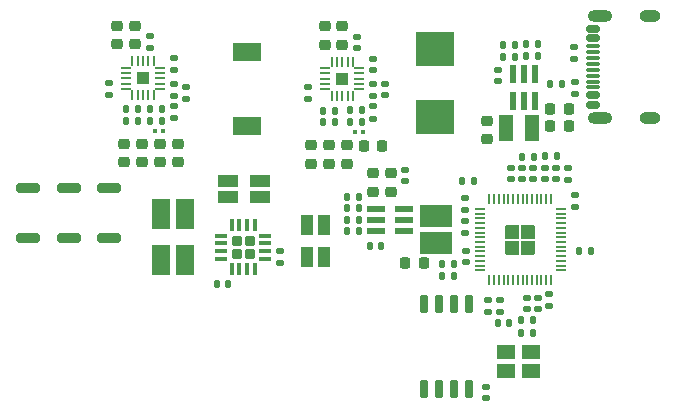
<source format=gbr>
%TF.GenerationSoftware,KiCad,Pcbnew,8.99.0-3334-g98ae574c78*%
%TF.CreationDate,2024-12-09T23:46:28-05:00*%
%TF.ProjectId,SmartPowerBoard,536d6172-7450-46f7-9765-72426f617264,rev?*%
%TF.SameCoordinates,Original*%
%TF.FileFunction,Paste,Top*%
%TF.FilePolarity,Positive*%
%FSLAX46Y46*%
G04 Gerber Fmt 4.6, Leading zero omitted, Abs format (unit mm)*
G04 Created by KiCad (PCBNEW 8.99.0-3334-g98ae574c78) date 2024-12-09 23:46:28*
%MOMM*%
%LPD*%
G01*
G04 APERTURE LIST*
G04 Aperture macros list*
%AMRoundRect*
0 Rectangle with rounded corners*
0 $1 Rounding radius*
0 $2 $3 $4 $5 $6 $7 $8 $9 X,Y pos of 4 corners*
0 Add a 4 corners polygon primitive as box body*
4,1,4,$2,$3,$4,$5,$6,$7,$8,$9,$2,$3,0*
0 Add four circle primitives for the rounded corners*
1,1,$1+$1,$2,$3*
1,1,$1+$1,$4,$5*
1,1,$1+$1,$6,$7*
1,1,$1+$1,$8,$9*
0 Add four rect primitives between the rounded corners*
20,1,$1+$1,$2,$3,$4,$5,0*
20,1,$1+$1,$4,$5,$6,$7,0*
20,1,$1+$1,$6,$7,$8,$9,0*
20,1,$1+$1,$8,$9,$2,$3,0*%
%AMFreePoly0*
4,1,19,0.563745,0.600348,0.608674,0.548497,0.619677,0.497915,0.619677,-0.497915,0.600348,-0.563745,0.548497,-0.608674,0.497915,-0.619677,-0.497915,-0.619677,-0.563745,-0.600348,-0.608674,-0.548497,-0.619677,-0.497915,-0.619677,0.397045,-0.600348,0.462875,-0.584014,0.483144,-0.483144,0.584014,-0.422927,0.616894,-0.397045,0.619677,0.497915,0.619677,0.563745,0.600348,0.563745,0.600348,
$1*%
%AMFreePoly1*
4,1,19,0.563745,0.600348,0.608674,0.548497,0.619677,0.497915,0.619677,-0.497915,0.600348,-0.563745,0.548497,-0.608674,0.497915,-0.619677,-0.397045,-0.619677,-0.462875,-0.600348,-0.483144,-0.584014,-0.584014,-0.483144,-0.616894,-0.422927,-0.619677,-0.397045,-0.619677,0.497915,-0.600348,0.563745,-0.548497,0.608674,-0.497915,0.619677,0.497915,0.619677,0.563745,0.600348,0.563745,0.600348,
$1*%
%AMFreePoly2*
4,1,19,0.462875,0.600348,0.483144,0.584014,0.584014,0.483144,0.616894,0.422927,0.619677,0.397045,0.619677,-0.497915,0.600348,-0.563745,0.548497,-0.608674,0.497915,-0.619677,-0.497915,-0.619677,-0.563745,-0.600348,-0.608674,-0.548497,-0.619677,-0.497915,-0.619677,0.497915,-0.600348,0.563745,-0.548497,0.608674,-0.497915,0.619677,0.397045,0.619677,0.462875,0.600348,0.462875,0.600348,
$1*%
%AMFreePoly3*
4,1,19,0.563745,0.600348,0.608674,0.548497,0.619677,0.497915,0.619677,-0.397045,0.600348,-0.462875,0.584014,-0.483144,0.483144,-0.584014,0.422927,-0.616894,0.397045,-0.619677,-0.497915,-0.619677,-0.563745,-0.600348,-0.608674,-0.548497,-0.619677,-0.497915,-0.619677,0.497915,-0.600348,0.563745,-0.548497,0.608674,-0.497915,0.619677,0.497915,0.619677,0.563745,0.600348,0.563745,0.600348,
$1*%
G04 Aperture macros list end*
%ADD10RoundRect,0.135000X-0.185000X0.135000X-0.185000X-0.135000X0.185000X-0.135000X0.185000X0.135000X0*%
%ADD11RoundRect,0.135000X0.135000X0.185000X-0.135000X0.185000X-0.135000X-0.185000X0.135000X-0.185000X0*%
%ADD12R,0.250000X0.850000*%
%ADD13R,0.850000X0.250000*%
%ADD14R,1.075000X1.026000*%
%ADD15RoundRect,0.135000X-0.135000X-0.185000X0.135000X-0.185000X0.135000X0.185000X-0.135000X0.185000X0*%
%ADD16RoundRect,0.140000X0.170000X-0.140000X0.170000X0.140000X-0.170000X0.140000X-0.170000X-0.140000X0*%
%ADD17RoundRect,0.140000X-0.140000X-0.170000X0.140000X-0.170000X0.140000X0.170000X-0.140000X0.170000X0*%
%ADD18RoundRect,0.135000X0.185000X-0.135000X0.185000X0.135000X-0.185000X0.135000X-0.185000X-0.135000X0*%
%ADD19RoundRect,0.140000X0.140000X0.170000X-0.140000X0.170000X-0.140000X-0.170000X0.140000X-0.170000X0*%
%ADD20R,3.200000X2.850000*%
%ADD21RoundRect,0.140000X-0.170000X0.140000X-0.170000X-0.140000X0.170000X-0.140000X0.170000X0.140000X0*%
%ADD22RoundRect,0.225000X0.250000X-0.225000X0.250000X0.225000X-0.250000X0.225000X-0.250000X-0.225000X0*%
%ADD23RoundRect,0.073750X0.651250X0.221250X-0.651250X0.221250X-0.651250X-0.221250X0.651250X-0.221250X0*%
%ADD24RoundRect,0.079500X0.079500X0.100500X-0.079500X0.100500X-0.079500X-0.100500X0.079500X-0.100500X0*%
%ADD25RoundRect,0.212500X-0.212500X-0.212500X0.212500X-0.212500X0.212500X0.212500X-0.212500X0.212500X0*%
%ADD26RoundRect,0.087500X-0.425000X-0.087500X0.425000X-0.087500X0.425000X0.087500X-0.425000X0.087500X0*%
%ADD27RoundRect,0.087500X-0.087500X-0.425000X0.087500X-0.425000X0.087500X0.425000X-0.087500X0.425000X0*%
%ADD28RoundRect,0.200000X0.800000X-0.200000X0.800000X0.200000X-0.800000X0.200000X-0.800000X-0.200000X0*%
%ADD29RoundRect,0.225000X-0.225000X-0.250000X0.225000X-0.250000X0.225000X0.250000X-0.225000X0.250000X0*%
%ADD30R,1.550000X2.550000*%
%ADD31R,2.400000X1.500000*%
%ADD32RoundRect,0.225000X0.225000X0.250000X-0.225000X0.250000X-0.225000X-0.250000X0.225000X-0.250000X0*%
%ADD33RoundRect,0.225000X-0.250000X0.225000X-0.250000X-0.225000X0.250000X-0.225000X0.250000X0.225000X0*%
%ADD34RoundRect,0.073750X0.221250X-0.651250X0.221250X0.651250X-0.221250X0.651250X-0.221250X-0.651250X0*%
%ADD35R,1.500000X1.200000*%
%ADD36FreePoly0,0.000000*%
%ADD37FreePoly1,0.000000*%
%ADD38FreePoly2,0.000000*%
%ADD39FreePoly3,0.000000*%
%ADD40RoundRect,0.050000X-0.387500X-0.050000X0.387500X-0.050000X0.387500X0.050000X-0.387500X0.050000X0*%
%ADD41RoundRect,0.050000X-0.050000X-0.387500X0.050000X-0.387500X0.050000X0.387500X-0.050000X0.387500X0*%
%ADD42R,1.750000X1.100000*%
%ADD43R,2.800000X1.850000*%
%ADD44R,1.160000X2.170000*%
%ADD45RoundRect,0.150000X-0.150000X0.650000X-0.150000X-0.650000X0.150000X-0.650000X0.150000X0.650000X0*%
%ADD46RoundRect,0.150000X0.425000X-0.150000X0.425000X0.150000X-0.425000X0.150000X-0.425000X-0.150000X0*%
%ADD47RoundRect,0.075000X0.500000X-0.075000X0.500000X0.075000X-0.500000X0.075000X-0.500000X-0.075000X0*%
%ADD48O,2.100000X1.000000*%
%ADD49O,1.800000X1.000000*%
%ADD50R,1.100000X1.750000*%
G04 APERTURE END LIST*
D10*
%TO.C,R10*%
X183325000Y-78065000D03*
X183325000Y-79085000D03*
%TD*%
D11*
%TO.C,R2*%
X163050000Y-81490000D03*
X162030000Y-81490000D03*
%TD*%
D12*
%TO.C,U5*%
X147665000Y-76320000D03*
X147215000Y-76320000D03*
X146765000Y-76320000D03*
X146315000Y-76320000D03*
X145865000Y-76320000D03*
D13*
X145315000Y-76870000D03*
X145315000Y-77320000D03*
X145315000Y-77770000D03*
X145315000Y-78220000D03*
X145315000Y-78670000D03*
D12*
X145865000Y-79220000D03*
X146315000Y-79220000D03*
X146765000Y-79220000D03*
X147215000Y-79220000D03*
X147665000Y-79220000D03*
D13*
X148215000Y-78670000D03*
X148215000Y-78220000D03*
X148215000Y-77770000D03*
X148215000Y-77320000D03*
X148215000Y-76870000D03*
D14*
X146765000Y-77770000D03*
%TD*%
D15*
%TO.C,R20*%
X172105000Y-93500000D03*
X173125000Y-93500000D03*
%TD*%
D16*
%TO.C,C24*%
X147375000Y-75160000D03*
X147375000Y-74200000D03*
%TD*%
D17*
%TO.C,C32*%
X181245000Y-78272500D03*
X182205000Y-78272500D03*
%TD*%
D11*
%TO.C,R19*%
X179790000Y-98265000D03*
X178770000Y-98265000D03*
%TD*%
D18*
%TO.C,R26*%
X149415000Y-79240000D03*
X149415000Y-78220000D03*
%TD*%
D19*
%TO.C,C45*%
X166930000Y-91975000D03*
X165970000Y-91975000D03*
%TD*%
D20*
%TO.C,L1*%
X171450000Y-75300000D03*
X171450000Y-81000000D03*
%TD*%
D21*
%TO.C,C36*%
X178875000Y-85365000D03*
X178875000Y-86325000D03*
%TD*%
D22*
%TO.C,C30*%
X146700000Y-84850000D03*
X146700000Y-83300000D03*
%TD*%
D21*
%TO.C,C37*%
X179825000Y-85365000D03*
X179825000Y-86325000D03*
%TD*%
D23*
%TO.C,U8*%
X168835000Y-90725000D03*
X168835000Y-89775000D03*
X168835000Y-88825000D03*
X166525000Y-88825000D03*
X166525000Y-89775000D03*
X166525000Y-90725000D03*
%TD*%
D18*
%TO.C,R34*%
X175975000Y-97525000D03*
X175975000Y-96505000D03*
%TD*%
D22*
%TO.C,C31*%
X145200000Y-84850000D03*
X145200000Y-83300000D03*
%TD*%
D21*
%TO.C,C12*%
X180795000Y-85367500D03*
X180795000Y-86327500D03*
%TD*%
D22*
%TO.C,C28*%
X149700000Y-84875000D03*
X149700000Y-83325000D03*
%TD*%
D15*
%TO.C,R1*%
X162030000Y-80500000D03*
X163050000Y-80500000D03*
%TD*%
D16*
%TO.C,C5*%
X166264663Y-77076885D03*
X166264663Y-76116885D03*
%TD*%
D24*
%TO.C,C6*%
X165375000Y-82300000D03*
X164685000Y-82300000D03*
%TD*%
D15*
%TO.C,R33*%
X164065000Y-88775000D03*
X165085000Y-88775000D03*
%TD*%
D25*
%TO.C,U1*%
X154737500Y-91550000D03*
X154737500Y-92600000D03*
X155787500Y-91550000D03*
X155787500Y-92600000D03*
D26*
X153400000Y-91100000D03*
X153400000Y-91750000D03*
X153400000Y-92400000D03*
X153400000Y-93050000D03*
D27*
X154287500Y-93937500D03*
X154937500Y-93937500D03*
X155587500Y-93937500D03*
X156237500Y-93937500D03*
D26*
X157125000Y-93050000D03*
X157125000Y-92400000D03*
X157125000Y-91750000D03*
X157125000Y-91100000D03*
D27*
X156237500Y-90212500D03*
X155587500Y-90212500D03*
X154937500Y-90212500D03*
X154287500Y-90212500D03*
%TD*%
D22*
%TO.C,C2*%
X163650000Y-74925000D03*
X163650000Y-73375000D03*
%TD*%
D18*
%TO.C,R3*%
X166275000Y-79260000D03*
X166275000Y-78240000D03*
%TD*%
D19*
%TO.C,C34*%
X177780000Y-98500000D03*
X176820000Y-98500000D03*
%TD*%
D18*
%TO.C,R11*%
X183300000Y-76135000D03*
X183300000Y-75115000D03*
%TD*%
D16*
%TO.C,C12*%
X180220000Y-97337500D03*
X180220000Y-96377500D03*
%TD*%
D28*
%TO.C,SW1*%
X140475000Y-91275000D03*
X140475000Y-87075000D03*
%TD*%
D15*
%TO.C,R12*%
X179165000Y-75875000D03*
X180185000Y-75875000D03*
%TD*%
D29*
%TO.C,C20*%
X181250000Y-80325000D03*
X182800000Y-80325000D03*
%TD*%
D30*
%TO.C,R14*%
X148260000Y-89230000D03*
X150310000Y-89230000D03*
X150310000Y-93180000D03*
X148260000Y-93180000D03*
%TD*%
D31*
%TO.C,L2*%
X155575000Y-81800000D03*
X155575000Y-75500000D03*
%TD*%
D29*
%TO.C,C19*%
X181250000Y-81825000D03*
X182800000Y-81825000D03*
%TD*%
D22*
%TO.C,C1*%
X162150000Y-74925000D03*
X162150000Y-73375000D03*
%TD*%
D11*
%TO.C,R21*%
X173125000Y-94475000D03*
X172105000Y-94475000D03*
%TD*%
D18*
%TO.C,R4*%
X166275000Y-81170000D03*
X166275000Y-80150000D03*
%TD*%
D10*
%TO.C,R37*%
X174050000Y-87925000D03*
X174050000Y-88945000D03*
%TD*%
D16*
%TO.C,C17*%
X176785000Y-77985000D03*
X176785000Y-77025000D03*
%TD*%
D21*
%TO.C,C14*%
X181750000Y-85370000D03*
X181750000Y-86330000D03*
%TD*%
D32*
%TO.C,C46*%
X170525000Y-93425000D03*
X168975000Y-93425000D03*
%TD*%
D33*
%TO.C,C43*%
X167750000Y-85800000D03*
X167750000Y-87350000D03*
%TD*%
D19*
%TO.C,C33*%
X179770000Y-99352500D03*
X178810000Y-99352500D03*
%TD*%
D22*
%TO.C,C22*%
X146100000Y-74900000D03*
X146100000Y-73350000D03*
%TD*%
D18*
%TO.C,R35*%
X176975000Y-97525000D03*
X176975000Y-96505000D03*
%TD*%
D15*
%TO.C,R31*%
X164065000Y-89750000D03*
X165085000Y-89750000D03*
%TD*%
D34*
%TO.C,U2*%
X178075000Y-79675000D03*
X179025000Y-79675000D03*
X179975000Y-79675000D03*
X179975000Y-77365000D03*
X179025000Y-77365000D03*
X178075000Y-77365000D03*
%TD*%
D24*
%TO.C,C27*%
X148445000Y-82225000D03*
X147755000Y-82225000D03*
%TD*%
D22*
%TO.C,C7*%
X164025000Y-85000000D03*
X164025000Y-83450000D03*
%TD*%
D21*
%TO.C,C44*%
X168950000Y-85525000D03*
X168950000Y-86485000D03*
%TD*%
D32*
%TO.C,C8*%
X167025000Y-83475000D03*
X165475000Y-83475000D03*
%TD*%
D21*
%TO.C,C15*%
X183325000Y-87675000D03*
X183325000Y-88635000D03*
%TD*%
D33*
%TO.C,C42*%
X166275000Y-85800000D03*
X166275000Y-87350000D03*
%TD*%
D28*
%TO.C,SW3*%
X137025000Y-91275000D03*
X137025000Y-87075000D03*
%TD*%
D15*
%TO.C,R22*%
X145355000Y-80400000D03*
X146375000Y-80400000D03*
%TD*%
D11*
%TO.C,R17*%
X178265000Y-75930000D03*
X177245000Y-75930000D03*
%TD*%
D22*
%TO.C,C18*%
X175900000Y-82925000D03*
X175900000Y-81375000D03*
%TD*%
D11*
%TO.C,R28*%
X148385000Y-81365000D03*
X147365000Y-81365000D03*
%TD*%
D35*
%TO.C,Y1*%
X177500000Y-102510000D03*
X179600000Y-102510000D03*
X179600000Y-100910000D03*
X177500000Y-100910000D03*
%TD*%
D36*
%TO.C,U6*%
X178025000Y-90750000D03*
D37*
X178025000Y-92100000D03*
D38*
X179375000Y-90750000D03*
D39*
X179375000Y-92100000D03*
D40*
X175262500Y-88825000D03*
X175262500Y-89225000D03*
X175262500Y-89625000D03*
X175262500Y-90025000D03*
X175262500Y-90425000D03*
X175262500Y-90825000D03*
X175262500Y-91225000D03*
X175262500Y-91625000D03*
X175262500Y-92025000D03*
X175262500Y-92425000D03*
X175262500Y-92825000D03*
X175262500Y-93225000D03*
X175262500Y-93625000D03*
X175262500Y-94025000D03*
D41*
X176100000Y-94862500D03*
X176500000Y-94862500D03*
X176900000Y-94862500D03*
X177300000Y-94862500D03*
X177700000Y-94862500D03*
X178100000Y-94862500D03*
X178500000Y-94862500D03*
X178900000Y-94862500D03*
X179300000Y-94862500D03*
X179700000Y-94862500D03*
X180100000Y-94862500D03*
X180500000Y-94862500D03*
X180900000Y-94862500D03*
X181300000Y-94862500D03*
D40*
X182137500Y-94025000D03*
X182137500Y-93625000D03*
X182137500Y-93225000D03*
X182137500Y-92825000D03*
X182137500Y-92425000D03*
X182137500Y-92025000D03*
X182137500Y-91625000D03*
X182137500Y-91225000D03*
X182137500Y-90825000D03*
X182137500Y-90425000D03*
X182137500Y-90025000D03*
X182137500Y-89625000D03*
X182137500Y-89225000D03*
X182137500Y-88825000D03*
D41*
X181300000Y-87987500D03*
X180900000Y-87987500D03*
X180500000Y-87987500D03*
X180100000Y-87987500D03*
X179700000Y-87987500D03*
X179300000Y-87987500D03*
X178900000Y-87987500D03*
X178500000Y-87987500D03*
X178100000Y-87987500D03*
X177700000Y-87987500D03*
X177300000Y-87987500D03*
X176900000Y-87987500D03*
X176500000Y-87987500D03*
X176100000Y-87987500D03*
%TD*%
D15*
%TO.C,R16*%
X177245000Y-74955000D03*
X178265000Y-74955000D03*
%TD*%
D16*
%TO.C,C40*%
X174075000Y-93335000D03*
X174075000Y-92375000D03*
%TD*%
D18*
%TO.C,R39*%
X181170000Y-97035000D03*
X181170000Y-96015000D03*
%TD*%
D11*
%TO.C,R40*%
X179895000Y-84390000D03*
X178875000Y-84390000D03*
%TD*%
D42*
%TO.C,R13*%
X156687500Y-86425000D03*
X156687500Y-87825000D03*
X153937500Y-87825000D03*
X153937500Y-86425000D03*
%TD*%
D16*
%TO.C,C26*%
X150395000Y-79480000D03*
X150395000Y-78520000D03*
%TD*%
D22*
%TO.C,C29*%
X148200000Y-84875000D03*
X148200000Y-83325000D03*
%TD*%
D15*
%TO.C,R29*%
X147365000Y-80400000D03*
X148385000Y-80400000D03*
%TD*%
D17*
%TO.C,C13*%
X173795000Y-86475000D03*
X174755000Y-86475000D03*
%TD*%
D43*
%TO.C,L4*%
X171550000Y-89425000D03*
X171550000Y-91725000D03*
%TD*%
D15*
%TO.C,R7*%
X164305000Y-80450000D03*
X165325000Y-80450000D03*
%TD*%
D18*
%TO.C,R38*%
X174050000Y-90845000D03*
X174050000Y-89825000D03*
%TD*%
D11*
%TO.C,R36*%
X165085000Y-87800000D03*
X164065000Y-87800000D03*
%TD*%
D10*
%TO.C,R27*%
X143850000Y-78200000D03*
X143850000Y-79220000D03*
%TD*%
%TO.C,R5*%
X160740000Y-78500000D03*
X160740000Y-79520000D03*
%TD*%
D44*
%TO.C,L3*%
X179675000Y-82000000D03*
X177469000Y-82000000D03*
%TD*%
D16*
%TO.C,C35*%
X175850000Y-104825000D03*
X175850000Y-103865000D03*
%TD*%
D21*
%TO.C,R8*%
X158387500Y-92415000D03*
X158387500Y-93375000D03*
%TD*%
D11*
%TO.C,R9*%
X180185000Y-74900000D03*
X179165000Y-74900000D03*
%TD*%
D28*
%TO.C,SW2*%
X143925000Y-91275000D03*
X143925000Y-87075000D03*
%TD*%
D11*
%TO.C,R24*%
X146375000Y-81390000D03*
X145355000Y-81390000D03*
%TD*%
D12*
%TO.C,U4*%
X164534663Y-76356885D03*
X164084663Y-76356885D03*
X163634663Y-76356885D03*
X163184663Y-76356885D03*
X162734663Y-76356885D03*
D13*
X162184663Y-76906885D03*
X162184663Y-77356885D03*
X162184663Y-77806885D03*
X162184663Y-78256885D03*
X162184663Y-78706885D03*
D12*
X162734663Y-79256885D03*
X163184663Y-79256885D03*
X163634663Y-79256885D03*
X164084663Y-79256885D03*
X164534663Y-79256885D03*
D13*
X165084663Y-78706885D03*
X165084663Y-78256885D03*
X165084663Y-77806885D03*
X165084663Y-77356885D03*
X165084663Y-76906885D03*
D14*
X163634663Y-77806885D03*
%TD*%
D45*
%TO.C,U7*%
X174350000Y-96900000D03*
X173080000Y-96900000D03*
X171810000Y-96900000D03*
X170540000Y-96900000D03*
X170540000Y-104100000D03*
X171810000Y-104100000D03*
X173080000Y-104100000D03*
X174350000Y-104100000D03*
%TD*%
D46*
%TO.C,J2*%
X184900000Y-79990000D03*
X184900000Y-79190000D03*
D47*
X184900000Y-78040000D03*
X184900000Y-77040000D03*
X184900000Y-76540000D03*
X184900000Y-75540000D03*
D46*
X184900000Y-74390000D03*
X184900000Y-73590000D03*
X184900000Y-73590000D03*
X184900000Y-74390000D03*
D47*
X184900000Y-75040000D03*
X184900000Y-76040000D03*
X184900000Y-77540000D03*
X184900000Y-78540000D03*
D46*
X184900000Y-79190000D03*
X184900000Y-79990000D03*
D48*
X185475000Y-81110000D03*
D49*
X189655000Y-81110000D03*
D48*
X185475000Y-72470000D03*
D49*
X189655000Y-72470000D03*
%TD*%
D16*
%TO.C,C38*%
X179250000Y-97335000D03*
X179250000Y-96375000D03*
%TD*%
D19*
%TO.C,C21*%
X153992500Y-95200000D03*
X153032500Y-95200000D03*
%TD*%
D11*
%TO.C,R6*%
X165325000Y-81440000D03*
X164305000Y-81440000D03*
%TD*%
D21*
%TO.C,C11*%
X177925000Y-85365000D03*
X177925000Y-86325000D03*
%TD*%
D22*
%TO.C,C23*%
X144600000Y-74900000D03*
X144600000Y-73350000D03*
%TD*%
D18*
%TO.C,R25*%
X149415000Y-81150000D03*
X149415000Y-80130000D03*
%TD*%
D16*
%TO.C,C4*%
X167255000Y-79210000D03*
X167255000Y-78250000D03*
%TD*%
%TO.C,C25*%
X149425000Y-77030000D03*
X149425000Y-76070000D03*
%TD*%
D22*
%TO.C,C9*%
X162525000Y-85000000D03*
X162525000Y-83450000D03*
%TD*%
D16*
%TO.C,C3*%
X164875000Y-75205000D03*
X164875000Y-74245000D03*
%TD*%
D19*
%TO.C,C39*%
X184675000Y-92425000D03*
X183715000Y-92425000D03*
%TD*%
D11*
%TO.C,R32*%
X165085000Y-90725000D03*
X164065000Y-90725000D03*
%TD*%
D22*
%TO.C,C10*%
X161025000Y-85000000D03*
X161025000Y-83450000D03*
%TD*%
D11*
%TO.C,R41*%
X181810000Y-84375000D03*
X180790000Y-84375000D03*
%TD*%
D50*
%TO.C,R15*%
X162062500Y-92925000D03*
X160662500Y-92925000D03*
X160662500Y-90175000D03*
X162062500Y-90175000D03*
%TD*%
D21*
%TO.C,C16*%
X182725000Y-85395000D03*
X182725000Y-86355000D03*
%TD*%
M02*

</source>
